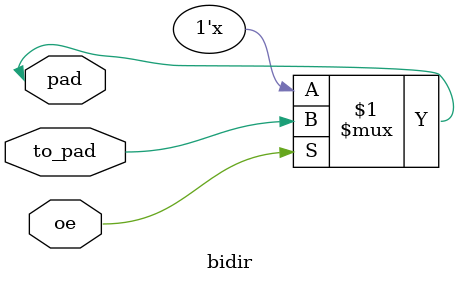
<source format=sv>

module bidir
  (
   inout wire pad,
   input wire to_pad,
   input wire oe
   );

   assign pad = (oe) ? to_pad : 1'bz;

endmodule

</source>
